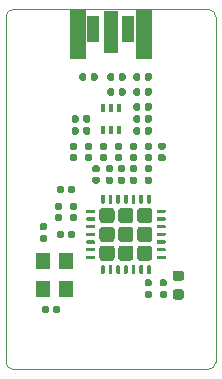
<source format=gbr>
%TF.GenerationSoftware,KiCad,Pcbnew,5.1.6+dfsg1-1~bpo10+1*%
%TF.CreationDate,2020-07-10T20:01:31+00:00*%
%TF.ProjectId,ProMicro_LORA,50726f4d-6963-4726-9f5f-4c4f52412e6b,v1.1*%
%TF.SameCoordinates,Original*%
%TF.FileFunction,Paste,Top*%
%TF.FilePolarity,Positive*%
%FSLAX45Y45*%
G04 Gerber Fmt 4.5, Leading zero omitted, Abs format (unit mm)*
G04 Created by KiCad (PCBNEW 5.1.6+dfsg1-1~bpo10+1) date 2020-07-10 20:01:31*
%MOMM*%
%LPD*%
G01*
G04 APERTURE LIST*
%TA.AperFunction,Profile*%
%ADD10C,0.100000*%
%TD*%
%ADD11R,1.050000X2.200000*%
%ADD12R,1.000000X1.050000*%
%ADD13R,0.400000X0.650000*%
%ADD14R,1.270000X3.600000*%
%ADD15R,1.350000X4.200000*%
%ADD16R,1.200000X1.400000*%
G04 APERTURE END LIST*
D10*
X-127000Y2857500D02*
X-127000Y-63500D01*
X1651000Y2857500D02*
X1651000Y-63500D01*
X-127000Y2857500D02*
G75*
G02*
X-63500Y2921000I63500J0D01*
G01*
X1587500Y2921000D02*
G75*
G02*
X1651000Y2857500I0J-63500D01*
G01*
X-63500Y2921000D02*
X1587500Y2921000D01*
X1651000Y-63500D02*
G75*
G02*
X1587500Y-127000I-63500J0D01*
G01*
X-63500Y-127000D02*
G75*
G02*
X-127000Y-63500I0J63500D01*
G01*
X1587500Y-127000D02*
X-63500Y-127000D01*
G36*
G01*
X984500Y816500D02*
X984500Y895500D01*
G75*
G02*
X1009500Y920500I25000J0D01*
G01*
X1088500Y920500D01*
G75*
G02*
X1113500Y895500I0J-25000D01*
G01*
X1113500Y816500D01*
G75*
G02*
X1088500Y791500I-25000J0D01*
G01*
X1009500Y791500D01*
G75*
G02*
X984500Y816500I0J25000D01*
G01*
G37*
G36*
G01*
X984500Y976500D02*
X984500Y1055500D01*
G75*
G02*
X1009500Y1080500I25000J0D01*
G01*
X1088500Y1080500D01*
G75*
G02*
X1113500Y1055500I0J-25000D01*
G01*
X1113500Y976500D01*
G75*
G02*
X1088500Y951500I-25000J0D01*
G01*
X1009500Y951500D01*
G75*
G02*
X984500Y976500I0J25000D01*
G01*
G37*
G36*
G01*
X984500Y1136500D02*
X984500Y1215500D01*
G75*
G02*
X1009500Y1240500I25000J0D01*
G01*
X1088500Y1240500D01*
G75*
G02*
X1113500Y1215500I0J-25000D01*
G01*
X1113500Y1136500D01*
G75*
G02*
X1088500Y1111500I-25000J0D01*
G01*
X1009500Y1111500D01*
G75*
G02*
X984500Y1136500I0J25000D01*
G01*
G37*
G36*
G01*
X824500Y816500D02*
X824500Y895500D01*
G75*
G02*
X849500Y920500I25000J0D01*
G01*
X928500Y920500D01*
G75*
G02*
X953500Y895500I0J-25000D01*
G01*
X953500Y816500D01*
G75*
G02*
X928500Y791500I-25000J0D01*
G01*
X849500Y791500D01*
G75*
G02*
X824500Y816500I0J25000D01*
G01*
G37*
G36*
G01*
X824500Y976500D02*
X824500Y1055500D01*
G75*
G02*
X849500Y1080500I25000J0D01*
G01*
X928500Y1080500D01*
G75*
G02*
X953500Y1055500I0J-25000D01*
G01*
X953500Y976500D01*
G75*
G02*
X928500Y951500I-25000J0D01*
G01*
X849500Y951500D01*
G75*
G02*
X824500Y976500I0J25000D01*
G01*
G37*
G36*
G01*
X824500Y1136500D02*
X824500Y1215500D01*
G75*
G02*
X849500Y1240500I25000J0D01*
G01*
X928500Y1240500D01*
G75*
G02*
X953500Y1215500I0J-25000D01*
G01*
X953500Y1136500D01*
G75*
G02*
X928500Y1111500I-25000J0D01*
G01*
X849500Y1111500D01*
G75*
G02*
X824500Y1136500I0J25000D01*
G01*
G37*
G36*
G01*
X664500Y816500D02*
X664500Y895500D01*
G75*
G02*
X689500Y920500I25000J0D01*
G01*
X768500Y920500D01*
G75*
G02*
X793500Y895500I0J-25000D01*
G01*
X793500Y816500D01*
G75*
G02*
X768500Y791500I-25000J0D01*
G01*
X689500Y791500D01*
G75*
G02*
X664500Y816500I0J25000D01*
G01*
G37*
G36*
G01*
X664500Y976500D02*
X664500Y1055500D01*
G75*
G02*
X689500Y1080500I25000J0D01*
G01*
X768500Y1080500D01*
G75*
G02*
X793500Y1055500I0J-25000D01*
G01*
X793500Y976500D01*
G75*
G02*
X768500Y951500I-25000J0D01*
G01*
X689500Y951500D01*
G75*
G02*
X664500Y976500I0J25000D01*
G01*
G37*
G36*
G01*
X664500Y1136500D02*
X664500Y1215500D01*
G75*
G02*
X689500Y1240500I25000J0D01*
G01*
X768500Y1240500D01*
G75*
G02*
X793500Y1215500I0J-25000D01*
G01*
X793500Y1136500D01*
G75*
G02*
X768500Y1111500I-25000J0D01*
G01*
X689500Y1111500D01*
G75*
G02*
X664500Y1136500I0J25000D01*
G01*
G37*
G36*
G01*
X679000Y1283500D02*
X679000Y1346000D01*
G75*
G02*
X686500Y1353500I7500J0D01*
G01*
X701500Y1353500D01*
G75*
G02*
X709000Y1346000I0J-7500D01*
G01*
X709000Y1283500D01*
G75*
G02*
X701500Y1276000I-7500J0D01*
G01*
X686500Y1276000D01*
G75*
G02*
X679000Y1283500I0J7500D01*
G01*
G37*
G36*
G01*
X744000Y1283500D02*
X744000Y1346000D01*
G75*
G02*
X751500Y1353500I7500J0D01*
G01*
X766500Y1353500D01*
G75*
G02*
X774000Y1346000I0J-7500D01*
G01*
X774000Y1283500D01*
G75*
G02*
X766500Y1276000I-7500J0D01*
G01*
X751500Y1276000D01*
G75*
G02*
X744000Y1283500I0J7500D01*
G01*
G37*
G36*
G01*
X809000Y1283500D02*
X809000Y1346000D01*
G75*
G02*
X816500Y1353500I7500J0D01*
G01*
X831500Y1353500D01*
G75*
G02*
X839000Y1346000I0J-7500D01*
G01*
X839000Y1283500D01*
G75*
G02*
X831500Y1276000I-7500J0D01*
G01*
X816500Y1276000D01*
G75*
G02*
X809000Y1283500I0J7500D01*
G01*
G37*
G36*
G01*
X874000Y1283500D02*
X874000Y1346000D01*
G75*
G02*
X881500Y1353500I7500J0D01*
G01*
X896500Y1353500D01*
G75*
G02*
X904000Y1346000I0J-7500D01*
G01*
X904000Y1283500D01*
G75*
G02*
X896500Y1276000I-7500J0D01*
G01*
X881500Y1276000D01*
G75*
G02*
X874000Y1283500I0J7500D01*
G01*
G37*
G36*
G01*
X939000Y1283500D02*
X939000Y1346000D01*
G75*
G02*
X946500Y1353500I7500J0D01*
G01*
X961500Y1353500D01*
G75*
G02*
X969000Y1346000I0J-7500D01*
G01*
X969000Y1283500D01*
G75*
G02*
X961500Y1276000I-7500J0D01*
G01*
X946500Y1276000D01*
G75*
G02*
X939000Y1283500I0J7500D01*
G01*
G37*
G36*
G01*
X1004000Y1283500D02*
X1004000Y1346000D01*
G75*
G02*
X1011500Y1353500I7500J0D01*
G01*
X1026500Y1353500D01*
G75*
G02*
X1034000Y1346000I0J-7500D01*
G01*
X1034000Y1283500D01*
G75*
G02*
X1026500Y1276000I-7500J0D01*
G01*
X1011500Y1276000D01*
G75*
G02*
X1004000Y1283500I0J7500D01*
G01*
G37*
G36*
G01*
X1069000Y1283500D02*
X1069000Y1346000D01*
G75*
G02*
X1076500Y1353500I7500J0D01*
G01*
X1091500Y1353500D01*
G75*
G02*
X1099000Y1346000I0J-7500D01*
G01*
X1099000Y1283500D01*
G75*
G02*
X1091500Y1276000I-7500J0D01*
G01*
X1076500Y1276000D01*
G75*
G02*
X1069000Y1283500I0J7500D01*
G01*
G37*
G36*
G01*
X1149000Y1203500D02*
X1149000Y1218500D01*
G75*
G02*
X1156500Y1226000I7500J0D01*
G01*
X1219000Y1226000D01*
G75*
G02*
X1226500Y1218500I0J-7500D01*
G01*
X1226500Y1203500D01*
G75*
G02*
X1219000Y1196000I-7500J0D01*
G01*
X1156500Y1196000D01*
G75*
G02*
X1149000Y1203500I0J7500D01*
G01*
G37*
G36*
G01*
X1149000Y1138500D02*
X1149000Y1153500D01*
G75*
G02*
X1156500Y1161000I7500J0D01*
G01*
X1219000Y1161000D01*
G75*
G02*
X1226500Y1153500I0J-7500D01*
G01*
X1226500Y1138500D01*
G75*
G02*
X1219000Y1131000I-7500J0D01*
G01*
X1156500Y1131000D01*
G75*
G02*
X1149000Y1138500I0J7500D01*
G01*
G37*
G36*
G01*
X1149000Y1073500D02*
X1149000Y1088500D01*
G75*
G02*
X1156500Y1096000I7500J0D01*
G01*
X1219000Y1096000D01*
G75*
G02*
X1226500Y1088500I0J-7500D01*
G01*
X1226500Y1073500D01*
G75*
G02*
X1219000Y1066000I-7500J0D01*
G01*
X1156500Y1066000D01*
G75*
G02*
X1149000Y1073500I0J7500D01*
G01*
G37*
G36*
G01*
X1149000Y1008500D02*
X1149000Y1023500D01*
G75*
G02*
X1156500Y1031000I7500J0D01*
G01*
X1219000Y1031000D01*
G75*
G02*
X1226500Y1023500I0J-7500D01*
G01*
X1226500Y1008500D01*
G75*
G02*
X1219000Y1001000I-7500J0D01*
G01*
X1156500Y1001000D01*
G75*
G02*
X1149000Y1008500I0J7500D01*
G01*
G37*
G36*
G01*
X1149000Y943500D02*
X1149000Y958500D01*
G75*
G02*
X1156500Y966000I7500J0D01*
G01*
X1219000Y966000D01*
G75*
G02*
X1226500Y958500I0J-7500D01*
G01*
X1226500Y943500D01*
G75*
G02*
X1219000Y936000I-7500J0D01*
G01*
X1156500Y936000D01*
G75*
G02*
X1149000Y943500I0J7500D01*
G01*
G37*
G36*
G01*
X1149000Y878500D02*
X1149000Y893500D01*
G75*
G02*
X1156500Y901000I7500J0D01*
G01*
X1219000Y901000D01*
G75*
G02*
X1226500Y893500I0J-7500D01*
G01*
X1226500Y878500D01*
G75*
G02*
X1219000Y871000I-7500J0D01*
G01*
X1156500Y871000D01*
G75*
G02*
X1149000Y878500I0J7500D01*
G01*
G37*
G36*
G01*
X1149000Y813500D02*
X1149000Y828500D01*
G75*
G02*
X1156500Y836000I7500J0D01*
G01*
X1219000Y836000D01*
G75*
G02*
X1226500Y828500I0J-7500D01*
G01*
X1226500Y813500D01*
G75*
G02*
X1219000Y806000I-7500J0D01*
G01*
X1156500Y806000D01*
G75*
G02*
X1149000Y813500I0J7500D01*
G01*
G37*
G36*
G01*
X1069000Y686000D02*
X1069000Y748500D01*
G75*
G02*
X1076500Y756000I7500J0D01*
G01*
X1091500Y756000D01*
G75*
G02*
X1099000Y748500I0J-7500D01*
G01*
X1099000Y686000D01*
G75*
G02*
X1091500Y678500I-7500J0D01*
G01*
X1076500Y678500D01*
G75*
G02*
X1069000Y686000I0J7500D01*
G01*
G37*
G36*
G01*
X1004000Y686000D02*
X1004000Y748500D01*
G75*
G02*
X1011500Y756000I7500J0D01*
G01*
X1026500Y756000D01*
G75*
G02*
X1034000Y748500I0J-7500D01*
G01*
X1034000Y686000D01*
G75*
G02*
X1026500Y678500I-7500J0D01*
G01*
X1011500Y678500D01*
G75*
G02*
X1004000Y686000I0J7500D01*
G01*
G37*
G36*
G01*
X939000Y686000D02*
X939000Y748500D01*
G75*
G02*
X946500Y756000I7500J0D01*
G01*
X961500Y756000D01*
G75*
G02*
X969000Y748500I0J-7500D01*
G01*
X969000Y686000D01*
G75*
G02*
X961500Y678500I-7500J0D01*
G01*
X946500Y678500D01*
G75*
G02*
X939000Y686000I0J7500D01*
G01*
G37*
G36*
G01*
X874000Y686000D02*
X874000Y748500D01*
G75*
G02*
X881500Y756000I7500J0D01*
G01*
X896500Y756000D01*
G75*
G02*
X904000Y748500I0J-7500D01*
G01*
X904000Y686000D01*
G75*
G02*
X896500Y678500I-7500J0D01*
G01*
X881500Y678500D01*
G75*
G02*
X874000Y686000I0J7500D01*
G01*
G37*
G36*
G01*
X809000Y686000D02*
X809000Y748500D01*
G75*
G02*
X816500Y756000I7500J0D01*
G01*
X831500Y756000D01*
G75*
G02*
X839000Y748500I0J-7500D01*
G01*
X839000Y686000D01*
G75*
G02*
X831500Y678500I-7500J0D01*
G01*
X816500Y678500D01*
G75*
G02*
X809000Y686000I0J7500D01*
G01*
G37*
G36*
G01*
X744000Y686000D02*
X744000Y748500D01*
G75*
G02*
X751500Y756000I7500J0D01*
G01*
X766500Y756000D01*
G75*
G02*
X774000Y748500I0J-7500D01*
G01*
X774000Y686000D01*
G75*
G02*
X766500Y678500I-7500J0D01*
G01*
X751500Y678500D01*
G75*
G02*
X744000Y686000I0J7500D01*
G01*
G37*
G36*
G01*
X679000Y686000D02*
X679000Y748500D01*
G75*
G02*
X686500Y756000I7500J0D01*
G01*
X701500Y756000D01*
G75*
G02*
X709000Y748500I0J-7500D01*
G01*
X709000Y686000D01*
G75*
G02*
X701500Y678500I-7500J0D01*
G01*
X686500Y678500D01*
G75*
G02*
X679000Y686000I0J7500D01*
G01*
G37*
G36*
G01*
X551500Y813500D02*
X551500Y828500D01*
G75*
G02*
X559000Y836000I7500J0D01*
G01*
X621500Y836000D01*
G75*
G02*
X629000Y828500I0J-7500D01*
G01*
X629000Y813500D01*
G75*
G02*
X621500Y806000I-7500J0D01*
G01*
X559000Y806000D01*
G75*
G02*
X551500Y813500I0J7500D01*
G01*
G37*
G36*
G01*
X551500Y878500D02*
X551500Y893500D01*
G75*
G02*
X559000Y901000I7500J0D01*
G01*
X621500Y901000D01*
G75*
G02*
X629000Y893500I0J-7500D01*
G01*
X629000Y878500D01*
G75*
G02*
X621500Y871000I-7500J0D01*
G01*
X559000Y871000D01*
G75*
G02*
X551500Y878500I0J7500D01*
G01*
G37*
G36*
G01*
X551500Y943500D02*
X551500Y958500D01*
G75*
G02*
X559000Y966000I7500J0D01*
G01*
X621500Y966000D01*
G75*
G02*
X629000Y958500I0J-7500D01*
G01*
X629000Y943500D01*
G75*
G02*
X621500Y936000I-7500J0D01*
G01*
X559000Y936000D01*
G75*
G02*
X551500Y943500I0J7500D01*
G01*
G37*
G36*
G01*
X551500Y1008500D02*
X551500Y1023500D01*
G75*
G02*
X559000Y1031000I7500J0D01*
G01*
X621500Y1031000D01*
G75*
G02*
X629000Y1023500I0J-7500D01*
G01*
X629000Y1008500D01*
G75*
G02*
X621500Y1001000I-7500J0D01*
G01*
X559000Y1001000D01*
G75*
G02*
X551500Y1008500I0J7500D01*
G01*
G37*
G36*
G01*
X551500Y1073500D02*
X551500Y1088500D01*
G75*
G02*
X559000Y1096000I7500J0D01*
G01*
X621500Y1096000D01*
G75*
G02*
X629000Y1088500I0J-7500D01*
G01*
X629000Y1073500D01*
G75*
G02*
X621500Y1066000I-7500J0D01*
G01*
X559000Y1066000D01*
G75*
G02*
X551500Y1073500I0J7500D01*
G01*
G37*
G36*
G01*
X551500Y1138500D02*
X551500Y1153500D01*
G75*
G02*
X559000Y1161000I7500J0D01*
G01*
X621500Y1161000D01*
G75*
G02*
X629000Y1153500I0J-7500D01*
G01*
X629000Y1138500D01*
G75*
G02*
X621500Y1131000I-7500J0D01*
G01*
X559000Y1131000D01*
G75*
G02*
X551500Y1138500I0J7500D01*
G01*
G37*
G36*
G01*
X551500Y1203500D02*
X551500Y1218500D01*
G75*
G02*
X559000Y1226000I7500J0D01*
G01*
X621500Y1226000D01*
G75*
G02*
X629000Y1218500I0J-7500D01*
G01*
X629000Y1203500D01*
G75*
G02*
X621500Y1196000I-7500J0D01*
G01*
X559000Y1196000D01*
G75*
G02*
X551500Y1203500I0J7500D01*
G01*
G37*
D11*
X614500Y2758000D03*
D12*
X762000Y2605500D03*
D11*
X909500Y2758000D03*
G36*
G01*
X868150Y1543000D02*
X833650Y1543000D01*
G75*
G02*
X818900Y1557750I0J14750D01*
G01*
X818900Y1587250D01*
G75*
G02*
X833650Y1602000I14750J0D01*
G01*
X868150Y1602000D01*
G75*
G02*
X882900Y1587250I0J-14750D01*
G01*
X882900Y1557750D01*
G75*
G02*
X868150Y1543000I-14750J0D01*
G01*
G37*
G36*
G01*
X868150Y1446000D02*
X833650Y1446000D01*
G75*
G02*
X818900Y1460750I0J14750D01*
G01*
X818900Y1490250D01*
G75*
G02*
X833650Y1505000I14750J0D01*
G01*
X868150Y1505000D01*
G75*
G02*
X882900Y1490250I0J-14750D01*
G01*
X882900Y1460750D01*
G75*
G02*
X868150Y1446000I-14750J0D01*
G01*
G37*
G36*
G01*
X1211050Y1733500D02*
X1176550Y1733500D01*
G75*
G02*
X1161800Y1748250I0J14750D01*
G01*
X1161800Y1777750D01*
G75*
G02*
X1176550Y1792500I14750J0D01*
G01*
X1211050Y1792500D01*
G75*
G02*
X1225800Y1777750I0J-14750D01*
G01*
X1225800Y1748250D01*
G75*
G02*
X1211050Y1733500I-14750J0D01*
G01*
G37*
G36*
G01*
X1211050Y1636500D02*
X1176550Y1636500D01*
G75*
G02*
X1161800Y1651250I0J14750D01*
G01*
X1161800Y1680750D01*
G75*
G02*
X1176550Y1695500I14750J0D01*
G01*
X1211050Y1695500D01*
G75*
G02*
X1225800Y1680750I0J-14750D01*
G01*
X1225800Y1651250D01*
G75*
G02*
X1211050Y1636500I-14750J0D01*
G01*
G37*
G36*
G01*
X489000Y2011150D02*
X489000Y1976650D01*
G75*
G02*
X474250Y1961900I-14750J0D01*
G01*
X444750Y1961900D01*
G75*
G02*
X430000Y1976650I0J14750D01*
G01*
X430000Y2011150D01*
G75*
G02*
X444750Y2025900I14750J0D01*
G01*
X474250Y2025900D01*
G75*
G02*
X489000Y2011150I0J-14750D01*
G01*
G37*
G36*
G01*
X586000Y2011150D02*
X586000Y1976650D01*
G75*
G02*
X571250Y1961900I-14750J0D01*
G01*
X541750Y1961900D01*
G75*
G02*
X527000Y1976650I0J14750D01*
G01*
X527000Y2011150D01*
G75*
G02*
X541750Y2025900I14750J0D01*
G01*
X571250Y2025900D01*
G75*
G02*
X586000Y2011150I0J-14750D01*
G01*
G37*
G36*
G01*
X1050000Y2205250D02*
X1050000Y2239750D01*
G75*
G02*
X1064750Y2254500I14750J0D01*
G01*
X1094250Y2254500D01*
G75*
G02*
X1109000Y2239750I0J-14750D01*
G01*
X1109000Y2205250D01*
G75*
G02*
X1094250Y2190500I-14750J0D01*
G01*
X1064750Y2190500D01*
G75*
G02*
X1050000Y2205250I0J14750D01*
G01*
G37*
G36*
G01*
X953000Y2205250D02*
X953000Y2239750D01*
G75*
G02*
X967750Y2254500I14750J0D01*
G01*
X997250Y2254500D01*
G75*
G02*
X1012000Y2239750I0J-14750D01*
G01*
X1012000Y2205250D01*
G75*
G02*
X997250Y2190500I-14750J0D01*
G01*
X967750Y2190500D01*
G75*
G02*
X953000Y2205250I0J14750D01*
G01*
G37*
G36*
G01*
X554250Y1695500D02*
X588750Y1695500D01*
G75*
G02*
X603500Y1680750I0J-14750D01*
G01*
X603500Y1651250D01*
G75*
G02*
X588750Y1636500I-14750J0D01*
G01*
X554250Y1636500D01*
G75*
G02*
X539500Y1651250I0J14750D01*
G01*
X539500Y1680750D01*
G75*
G02*
X554250Y1695500I14750J0D01*
G01*
G37*
G36*
G01*
X554250Y1792500D02*
X588750Y1792500D01*
G75*
G02*
X603500Y1777750I0J-14750D01*
G01*
X603500Y1748250D01*
G75*
G02*
X588750Y1733500I-14750J0D01*
G01*
X554250Y1733500D01*
G75*
G02*
X539500Y1748250I0J14750D01*
G01*
X539500Y1777750D01*
G75*
G02*
X554250Y1792500I14750J0D01*
G01*
G37*
G36*
G01*
X552500Y2366750D02*
X552500Y2332250D01*
G75*
G02*
X537750Y2317500I-14750J0D01*
G01*
X508250Y2317500D01*
G75*
G02*
X493500Y2332250I0J14750D01*
G01*
X493500Y2366750D01*
G75*
G02*
X508250Y2381500I14750J0D01*
G01*
X537750Y2381500D01*
G75*
G02*
X552500Y2366750I0J-14750D01*
G01*
G37*
G36*
G01*
X649500Y2366750D02*
X649500Y2332250D01*
G75*
G02*
X634750Y2317500I-14750J0D01*
G01*
X605250Y2317500D01*
G75*
G02*
X590500Y2332250I0J14750D01*
G01*
X590500Y2366750D01*
G75*
G02*
X605250Y2381500I14750J0D01*
G01*
X634750Y2381500D01*
G75*
G02*
X649500Y2366750I0J-14750D01*
G01*
G37*
G36*
G01*
X1050000Y2332250D02*
X1050000Y2366750D01*
G75*
G02*
X1064750Y2381500I14750J0D01*
G01*
X1094250Y2381500D01*
G75*
G02*
X1109000Y2366750I0J-14750D01*
G01*
X1109000Y2332250D01*
G75*
G02*
X1094250Y2317500I-14750J0D01*
G01*
X1064750Y2317500D01*
G75*
G02*
X1050000Y2332250I0J14750D01*
G01*
G37*
G36*
G01*
X953000Y2332250D02*
X953000Y2366750D01*
G75*
G02*
X967750Y2381500I14750J0D01*
G01*
X997250Y2381500D01*
G75*
G02*
X1012000Y2366750I0J-14750D01*
G01*
X1012000Y2332250D01*
G75*
G02*
X997250Y2317500I-14750J0D01*
G01*
X967750Y2317500D01*
G75*
G02*
X953000Y2332250I0J14750D01*
G01*
G37*
G36*
G01*
X791500Y2239750D02*
X791500Y2205250D01*
G75*
G02*
X776750Y2190500I-14750J0D01*
G01*
X747250Y2190500D01*
G75*
G02*
X732500Y2205250I0J14750D01*
G01*
X732500Y2239750D01*
G75*
G02*
X747250Y2254500I14750J0D01*
G01*
X776750Y2254500D01*
G75*
G02*
X791500Y2239750I0J-14750D01*
G01*
G37*
G36*
G01*
X888500Y2239750D02*
X888500Y2205250D01*
G75*
G02*
X873750Y2190500I-14750J0D01*
G01*
X844250Y2190500D01*
G75*
G02*
X829500Y2205250I0J14750D01*
G01*
X829500Y2239750D01*
G75*
G02*
X844250Y2254500I14750J0D01*
G01*
X873750Y2254500D01*
G75*
G02*
X888500Y2239750I0J-14750D01*
G01*
G37*
G36*
G01*
X489000Y1909550D02*
X489000Y1875050D01*
G75*
G02*
X474250Y1860300I-14750J0D01*
G01*
X444750Y1860300D01*
G75*
G02*
X430000Y1875050I0J14750D01*
G01*
X430000Y1909550D01*
G75*
G02*
X444750Y1924300I14750J0D01*
G01*
X474250Y1924300D01*
G75*
G02*
X489000Y1909550I0J-14750D01*
G01*
G37*
G36*
G01*
X586000Y1909550D02*
X586000Y1875050D01*
G75*
G02*
X571250Y1860300I-14750J0D01*
G01*
X541750Y1860300D01*
G75*
G02*
X527000Y1875050I0J14750D01*
G01*
X527000Y1909550D01*
G75*
G02*
X541750Y1924300I14750J0D01*
G01*
X571250Y1924300D01*
G75*
G02*
X586000Y1909550I0J-14750D01*
G01*
G37*
G36*
G01*
X1050000Y1875050D02*
X1050000Y1909550D01*
G75*
G02*
X1064750Y1924300I14750J0D01*
G01*
X1094250Y1924300D01*
G75*
G02*
X1109000Y1909550I0J-14750D01*
G01*
X1109000Y1875050D01*
G75*
G02*
X1094250Y1860300I-14750J0D01*
G01*
X1064750Y1860300D01*
G75*
G02*
X1050000Y1875050I0J14750D01*
G01*
G37*
G36*
G01*
X953000Y1875050D02*
X953000Y1909550D01*
G75*
G02*
X967750Y1924300I14750J0D01*
G01*
X997250Y1924300D01*
G75*
G02*
X1012000Y1909550I0J-14750D01*
G01*
X1012000Y1875050D01*
G75*
G02*
X997250Y1860300I-14750J0D01*
G01*
X967750Y1860300D01*
G75*
G02*
X953000Y1875050I0J14750D01*
G01*
G37*
G36*
G01*
X1109000Y2011150D02*
X1109000Y1976650D01*
G75*
G02*
X1094250Y1961900I-14750J0D01*
G01*
X1064750Y1961900D01*
G75*
G02*
X1050000Y1976650I0J14750D01*
G01*
X1050000Y2011150D01*
G75*
G02*
X1064750Y2025900I14750J0D01*
G01*
X1094250Y2025900D01*
G75*
G02*
X1109000Y2011150I0J-14750D01*
G01*
G37*
G36*
G01*
X1012000Y2011150D02*
X1012000Y1976650D01*
G75*
G02*
X997250Y1961900I-14750J0D01*
G01*
X967750Y1961900D01*
G75*
G02*
X953000Y1976650I0J14750D01*
G01*
X953000Y2011150D01*
G75*
G02*
X967750Y2025900I14750J0D01*
G01*
X997250Y2025900D01*
G75*
G02*
X1012000Y2011150I0J-14750D01*
G01*
G37*
G36*
G01*
X461750Y1733500D02*
X427250Y1733500D01*
G75*
G02*
X412500Y1748250I0J14750D01*
G01*
X412500Y1777750D01*
G75*
G02*
X427250Y1792500I14750J0D01*
G01*
X461750Y1792500D01*
G75*
G02*
X476500Y1777750I0J-14750D01*
G01*
X476500Y1748250D01*
G75*
G02*
X461750Y1733500I-14750J0D01*
G01*
G37*
G36*
G01*
X461750Y1636500D02*
X427250Y1636500D01*
G75*
G02*
X412500Y1651250I0J14750D01*
G01*
X412500Y1680750D01*
G75*
G02*
X427250Y1695500I14750J0D01*
G01*
X461750Y1695500D01*
G75*
G02*
X476500Y1680750I0J-14750D01*
G01*
X476500Y1651250D01*
G75*
G02*
X461750Y1636500I-14750J0D01*
G01*
G37*
G36*
G01*
X935250Y1695500D02*
X969750Y1695500D01*
G75*
G02*
X984500Y1680750I0J-14750D01*
G01*
X984500Y1651250D01*
G75*
G02*
X969750Y1636500I-14750J0D01*
G01*
X935250Y1636500D01*
G75*
G02*
X920500Y1651250I0J14750D01*
G01*
X920500Y1680750D01*
G75*
G02*
X935250Y1695500I14750J0D01*
G01*
G37*
G36*
G01*
X935250Y1792500D02*
X969750Y1792500D01*
G75*
G02*
X984500Y1777750I0J-14750D01*
G01*
X984500Y1748250D01*
G75*
G02*
X969750Y1733500I-14750J0D01*
G01*
X935250Y1733500D01*
G75*
G02*
X920500Y1748250I0J14750D01*
G01*
X920500Y1777750D01*
G75*
G02*
X935250Y1792500I14750J0D01*
G01*
G37*
G36*
G01*
X1096750Y1543000D02*
X1062250Y1543000D01*
G75*
G02*
X1047500Y1557750I0J14750D01*
G01*
X1047500Y1587250D01*
G75*
G02*
X1062250Y1602000I14750J0D01*
G01*
X1096750Y1602000D01*
G75*
G02*
X1111500Y1587250I0J-14750D01*
G01*
X1111500Y1557750D01*
G75*
G02*
X1096750Y1543000I-14750J0D01*
G01*
G37*
G36*
G01*
X1096750Y1446000D02*
X1062250Y1446000D01*
G75*
G02*
X1047500Y1460750I0J14750D01*
G01*
X1047500Y1490250D01*
G75*
G02*
X1062250Y1505000I14750J0D01*
G01*
X1096750Y1505000D01*
G75*
G02*
X1111500Y1490250I0J-14750D01*
G01*
X1111500Y1460750D01*
G75*
G02*
X1096750Y1446000I-14750J0D01*
G01*
G37*
D13*
X697000Y2088900D03*
X827000Y2088900D03*
X762000Y1898900D03*
X762000Y2088900D03*
X827000Y1898900D03*
X697000Y1898900D03*
G36*
G01*
X1012000Y2112750D02*
X1012000Y2078250D01*
G75*
G02*
X997250Y2063500I-14750J0D01*
G01*
X967750Y2063500D01*
G75*
G02*
X953000Y2078250I0J14750D01*
G01*
X953000Y2112750D01*
G75*
G02*
X967750Y2127500I14750J0D01*
G01*
X997250Y2127500D01*
G75*
G02*
X1012000Y2112750I0J-14750D01*
G01*
G37*
G36*
G01*
X1109000Y2112750D02*
X1109000Y2078250D01*
G75*
G02*
X1094250Y2063500I-14750J0D01*
G01*
X1064750Y2063500D01*
G75*
G02*
X1050000Y2078250I0J14750D01*
G01*
X1050000Y2112750D01*
G75*
G02*
X1064750Y2127500I14750J0D01*
G01*
X1094250Y2127500D01*
G75*
G02*
X1109000Y2112750I0J-14750D01*
G01*
G37*
G36*
G01*
X791500Y2366750D02*
X791500Y2332250D01*
G75*
G02*
X776750Y2317500I-14750J0D01*
G01*
X747250Y2317500D01*
G75*
G02*
X732500Y2332250I0J14750D01*
G01*
X732500Y2366750D01*
G75*
G02*
X747250Y2381500I14750J0D01*
G01*
X776750Y2381500D01*
G75*
G02*
X791500Y2366750I0J-14750D01*
G01*
G37*
G36*
G01*
X888500Y2366750D02*
X888500Y2332250D01*
G75*
G02*
X873750Y2317500I-14750J0D01*
G01*
X844250Y2317500D01*
G75*
G02*
X829500Y2332250I0J14750D01*
G01*
X829500Y2366750D01*
G75*
G02*
X844250Y2381500I14750J0D01*
G01*
X873750Y2381500D01*
G75*
G02*
X888500Y2366750I0J-14750D01*
G01*
G37*
G36*
G01*
X715750Y1733500D02*
X681250Y1733500D01*
G75*
G02*
X666500Y1748250I0J14750D01*
G01*
X666500Y1777750D01*
G75*
G02*
X681250Y1792500I14750J0D01*
G01*
X715750Y1792500D01*
G75*
G02*
X730500Y1777750I0J-14750D01*
G01*
X730500Y1748250D01*
G75*
G02*
X715750Y1733500I-14750J0D01*
G01*
G37*
G36*
G01*
X715750Y1636500D02*
X681250Y1636500D01*
G75*
G02*
X666500Y1651250I0J14750D01*
G01*
X666500Y1680750D01*
G75*
G02*
X681250Y1695500I14750J0D01*
G01*
X715750Y1695500D01*
G75*
G02*
X730500Y1680750I0J-14750D01*
G01*
X730500Y1651250D01*
G75*
G02*
X715750Y1636500I-14750J0D01*
G01*
G37*
G36*
G01*
X1096750Y1733500D02*
X1062250Y1733500D01*
G75*
G02*
X1047500Y1748250I0J14750D01*
G01*
X1047500Y1777750D01*
G75*
G02*
X1062250Y1792500I14750J0D01*
G01*
X1096750Y1792500D01*
G75*
G02*
X1111500Y1777750I0J-14750D01*
G01*
X1111500Y1748250D01*
G75*
G02*
X1096750Y1733500I-14750J0D01*
G01*
G37*
G36*
G01*
X1096750Y1636500D02*
X1062250Y1636500D01*
G75*
G02*
X1047500Y1651250I0J14750D01*
G01*
X1047500Y1680750D01*
G75*
G02*
X1062250Y1695500I14750J0D01*
G01*
X1096750Y1695500D01*
G75*
G02*
X1111500Y1680750I0J-14750D01*
G01*
X1111500Y1651250D01*
G75*
G02*
X1096750Y1636500I-14750J0D01*
G01*
G37*
G36*
G01*
X808250Y1695500D02*
X842750Y1695500D01*
G75*
G02*
X857500Y1680750I0J-14750D01*
G01*
X857500Y1651250D01*
G75*
G02*
X842750Y1636500I-14750J0D01*
G01*
X808250Y1636500D01*
G75*
G02*
X793500Y1651250I0J14750D01*
G01*
X793500Y1680750D01*
G75*
G02*
X808250Y1695500I14750J0D01*
G01*
G37*
G36*
G01*
X808250Y1792500D02*
X842750Y1792500D01*
G75*
G02*
X857500Y1777750I0J-14750D01*
G01*
X857500Y1748250D01*
G75*
G02*
X842750Y1733500I-14750J0D01*
G01*
X808250Y1733500D01*
G75*
G02*
X793500Y1748250I0J14750D01*
G01*
X793500Y1777750D01*
G75*
G02*
X808250Y1792500I14750J0D01*
G01*
G37*
G36*
G01*
X969750Y1543000D02*
X935250Y1543000D01*
G75*
G02*
X920500Y1557750I0J14750D01*
G01*
X920500Y1587250D01*
G75*
G02*
X935250Y1602000I14750J0D01*
G01*
X969750Y1602000D01*
G75*
G02*
X984500Y1587250I0J-14750D01*
G01*
X984500Y1557750D01*
G75*
G02*
X969750Y1543000I-14750J0D01*
G01*
G37*
G36*
G01*
X969750Y1446000D02*
X935250Y1446000D01*
G75*
G02*
X920500Y1460750I0J14750D01*
G01*
X920500Y1490250D01*
G75*
G02*
X935250Y1505000I14750J0D01*
G01*
X969750Y1505000D01*
G75*
G02*
X984500Y1490250I0J-14750D01*
G01*
X984500Y1460750D01*
G75*
G02*
X969750Y1446000I-14750J0D01*
G01*
G37*
D14*
X762000Y2730500D03*
D15*
X479500Y2710500D03*
X1044500Y2710500D03*
G36*
G01*
X1307875Y551750D02*
X1359125Y551750D01*
G75*
G02*
X1381000Y529875I0J-21875D01*
G01*
X1381000Y486125D01*
G75*
G02*
X1359125Y464250I-21875J0D01*
G01*
X1307875Y464250D01*
G75*
G02*
X1286000Y486125I0J21875D01*
G01*
X1286000Y529875D01*
G75*
G02*
X1307875Y551750I21875J0D01*
G01*
G37*
G36*
G01*
X1307875Y709250D02*
X1359125Y709250D01*
G75*
G02*
X1381000Y687375I0J-21875D01*
G01*
X1381000Y643625D01*
G75*
G02*
X1359125Y621750I-21875J0D01*
G01*
X1307875Y621750D01*
G75*
G02*
X1286000Y643625I0J21875D01*
G01*
X1286000Y687375D01*
G75*
G02*
X1307875Y709250I21875J0D01*
G01*
G37*
D16*
X190500Y553100D03*
X190500Y793100D03*
X380500Y793100D03*
X380500Y553100D03*
G36*
G01*
X1189250Y634500D02*
X1223750Y634500D01*
G75*
G02*
X1238500Y619750I0J-14750D01*
G01*
X1238500Y590250D01*
G75*
G02*
X1223750Y575500I-14750J0D01*
G01*
X1189250Y575500D01*
G75*
G02*
X1174500Y590250I0J14750D01*
G01*
X1174500Y619750D01*
G75*
G02*
X1189250Y634500I14750J0D01*
G01*
G37*
G36*
G01*
X1189250Y537500D02*
X1223750Y537500D01*
G75*
G02*
X1238500Y522750I0J-14750D01*
G01*
X1238500Y493250D01*
G75*
G02*
X1223750Y478500I-14750J0D01*
G01*
X1189250Y478500D01*
G75*
G02*
X1174500Y493250I0J14750D01*
G01*
X1174500Y522750D01*
G75*
G02*
X1189250Y537500I14750J0D01*
G01*
G37*
G36*
G01*
X362000Y1414250D02*
X362000Y1379750D01*
G75*
G02*
X347250Y1365000I-14750J0D01*
G01*
X317750Y1365000D01*
G75*
G02*
X303000Y1379750I0J14750D01*
G01*
X303000Y1414250D01*
G75*
G02*
X317750Y1429000I14750J0D01*
G01*
X347250Y1429000D01*
G75*
G02*
X362000Y1414250I0J-14750D01*
G01*
G37*
G36*
G01*
X459000Y1414250D02*
X459000Y1379750D01*
G75*
G02*
X444250Y1365000I-14750J0D01*
G01*
X414750Y1365000D01*
G75*
G02*
X400000Y1379750I0J14750D01*
G01*
X400000Y1414250D01*
G75*
G02*
X414750Y1429000I14750J0D01*
G01*
X444250Y1429000D01*
G75*
G02*
X459000Y1414250I0J-14750D01*
G01*
G37*
G36*
G01*
X362000Y1033250D02*
X362000Y998750D01*
G75*
G02*
X347250Y984000I-14750J0D01*
G01*
X317750Y984000D01*
G75*
G02*
X303000Y998750I0J14750D01*
G01*
X303000Y1033250D01*
G75*
G02*
X317750Y1048000I14750J0D01*
G01*
X347250Y1048000D01*
G75*
G02*
X362000Y1033250I0J-14750D01*
G01*
G37*
G36*
G01*
X459000Y1033250D02*
X459000Y998750D01*
G75*
G02*
X444250Y984000I-14750J0D01*
G01*
X414750Y984000D01*
G75*
G02*
X400000Y998750I0J14750D01*
G01*
X400000Y1033250D01*
G75*
G02*
X414750Y1048000I14750J0D01*
G01*
X444250Y1048000D01*
G75*
G02*
X459000Y1033250I0J-14750D01*
G01*
G37*
G36*
G01*
X427250Y1187500D02*
X461750Y1187500D01*
G75*
G02*
X476500Y1172750I0J-14750D01*
G01*
X476500Y1143250D01*
G75*
G02*
X461750Y1128500I-14750J0D01*
G01*
X427250Y1128500D01*
G75*
G02*
X412500Y1143250I0J14750D01*
G01*
X412500Y1172750D01*
G75*
G02*
X427250Y1187500I14750J0D01*
G01*
G37*
G36*
G01*
X427250Y1284500D02*
X461750Y1284500D01*
G75*
G02*
X476500Y1269750I0J-14750D01*
G01*
X476500Y1240250D01*
G75*
G02*
X461750Y1225500I-14750J0D01*
G01*
X427250Y1225500D01*
G75*
G02*
X412500Y1240250I0J14750D01*
G01*
X412500Y1269750D01*
G75*
G02*
X427250Y1284500I14750J0D01*
G01*
G37*
G36*
G01*
X334750Y1225500D02*
X300250Y1225500D01*
G75*
G02*
X285500Y1240250I0J14750D01*
G01*
X285500Y1269750D01*
G75*
G02*
X300250Y1284500I14750J0D01*
G01*
X334750Y1284500D01*
G75*
G02*
X349500Y1269750I0J-14750D01*
G01*
X349500Y1240250D01*
G75*
G02*
X334750Y1225500I-14750J0D01*
G01*
G37*
G36*
G01*
X334750Y1128500D02*
X300250Y1128500D01*
G75*
G02*
X285500Y1143250I0J14750D01*
G01*
X285500Y1172750D01*
G75*
G02*
X300250Y1187500I14750J0D01*
G01*
X334750Y1187500D01*
G75*
G02*
X349500Y1172750I0J-14750D01*
G01*
X349500Y1143250D01*
G75*
G02*
X334750Y1128500I-14750J0D01*
G01*
G37*
G36*
G01*
X1096750Y575500D02*
X1062250Y575500D01*
G75*
G02*
X1047500Y590250I0J14750D01*
G01*
X1047500Y619750D01*
G75*
G02*
X1062250Y634500I14750J0D01*
G01*
X1096750Y634500D01*
G75*
G02*
X1111500Y619750I0J-14750D01*
G01*
X1111500Y590250D01*
G75*
G02*
X1096750Y575500I-14750J0D01*
G01*
G37*
G36*
G01*
X1096750Y478500D02*
X1062250Y478500D01*
G75*
G02*
X1047500Y493250I0J14750D01*
G01*
X1047500Y522750D01*
G75*
G02*
X1062250Y537500I14750J0D01*
G01*
X1096750Y537500D01*
G75*
G02*
X1111500Y522750I0J-14750D01*
G01*
X1111500Y493250D01*
G75*
G02*
X1096750Y478500I-14750J0D01*
G01*
G37*
G36*
G01*
X617750Y1505000D02*
X652250Y1505000D01*
G75*
G02*
X667000Y1490250I0J-14750D01*
G01*
X667000Y1460750D01*
G75*
G02*
X652250Y1446000I-14750J0D01*
G01*
X617750Y1446000D01*
G75*
G02*
X603000Y1460750I0J14750D01*
G01*
X603000Y1490250D01*
G75*
G02*
X617750Y1505000I14750J0D01*
G01*
G37*
G36*
G01*
X617750Y1602000D02*
X652250Y1602000D01*
G75*
G02*
X667000Y1587250I0J-14750D01*
G01*
X667000Y1557750D01*
G75*
G02*
X652250Y1543000I-14750J0D01*
G01*
X617750Y1543000D01*
G75*
G02*
X603000Y1557750I0J14750D01*
G01*
X603000Y1587250D01*
G75*
G02*
X617750Y1602000I14750J0D01*
G01*
G37*
G36*
G01*
X766550Y1543000D02*
X732050Y1543000D01*
G75*
G02*
X717300Y1557750I0J14750D01*
G01*
X717300Y1587250D01*
G75*
G02*
X732050Y1602000I14750J0D01*
G01*
X766550Y1602000D01*
G75*
G02*
X781300Y1587250I0J-14750D01*
G01*
X781300Y1557750D01*
G75*
G02*
X766550Y1543000I-14750J0D01*
G01*
G37*
G36*
G01*
X766550Y1446000D02*
X732050Y1446000D01*
G75*
G02*
X717300Y1460750I0J14750D01*
G01*
X717300Y1490250D01*
G75*
G02*
X732050Y1505000I14750J0D01*
G01*
X766550Y1505000D01*
G75*
G02*
X781300Y1490250I0J-14750D01*
G01*
X781300Y1460750D01*
G75*
G02*
X766550Y1446000I-14750J0D01*
G01*
G37*
G36*
G01*
X207750Y1050000D02*
X173250Y1050000D01*
G75*
G02*
X158500Y1064750I0J14750D01*
G01*
X158500Y1094250D01*
G75*
G02*
X173250Y1109000I14750J0D01*
G01*
X207750Y1109000D01*
G75*
G02*
X222500Y1094250I0J-14750D01*
G01*
X222500Y1064750D01*
G75*
G02*
X207750Y1050000I-14750J0D01*
G01*
G37*
G36*
G01*
X207750Y953000D02*
X173250Y953000D01*
G75*
G02*
X158500Y967750I0J14750D01*
G01*
X158500Y997250D01*
G75*
G02*
X173250Y1012000I14750J0D01*
G01*
X207750Y1012000D01*
G75*
G02*
X222500Y997250I0J-14750D01*
G01*
X222500Y967750D01*
G75*
G02*
X207750Y953000I-14750J0D01*
G01*
G37*
G36*
G01*
X235000Y398250D02*
X235000Y363750D01*
G75*
G02*
X220250Y349000I-14750J0D01*
G01*
X190750Y349000D01*
G75*
G02*
X176000Y363750I0J14750D01*
G01*
X176000Y398250D01*
G75*
G02*
X190750Y413000I14750J0D01*
G01*
X220250Y413000D01*
G75*
G02*
X235000Y398250I0J-14750D01*
G01*
G37*
G36*
G01*
X332000Y398250D02*
X332000Y363750D01*
G75*
G02*
X317250Y349000I-14750J0D01*
G01*
X287750Y349000D01*
G75*
G02*
X273000Y363750I0J14750D01*
G01*
X273000Y398250D01*
G75*
G02*
X287750Y413000I14750J0D01*
G01*
X317250Y413000D01*
G75*
G02*
X332000Y398250I0J-14750D01*
G01*
G37*
M02*

</source>
